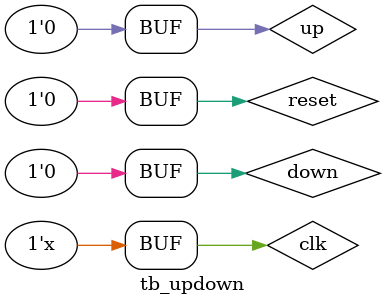
<source format=v>
`timescale 1ns / 1ps

module tb_updown(

    );
    reg clk = 0;
    reg up  = 0;
    reg down = 0;
    reg reset = 0;
    wire [3:0] an;
    wire [6:0] seg;
    updown uut(clk, up, down, reset, an, seg); 
    
    always #5 clk = ~clk;
    
    initial begin
    reset = 1;
    #10 reset = 0; up = 1;
    #500 up = 0; down = 1;
    #500 up = 1; reset = 1;
    #100 reset = 0; up = 0; down = 0;
    end
endmodule

</source>
